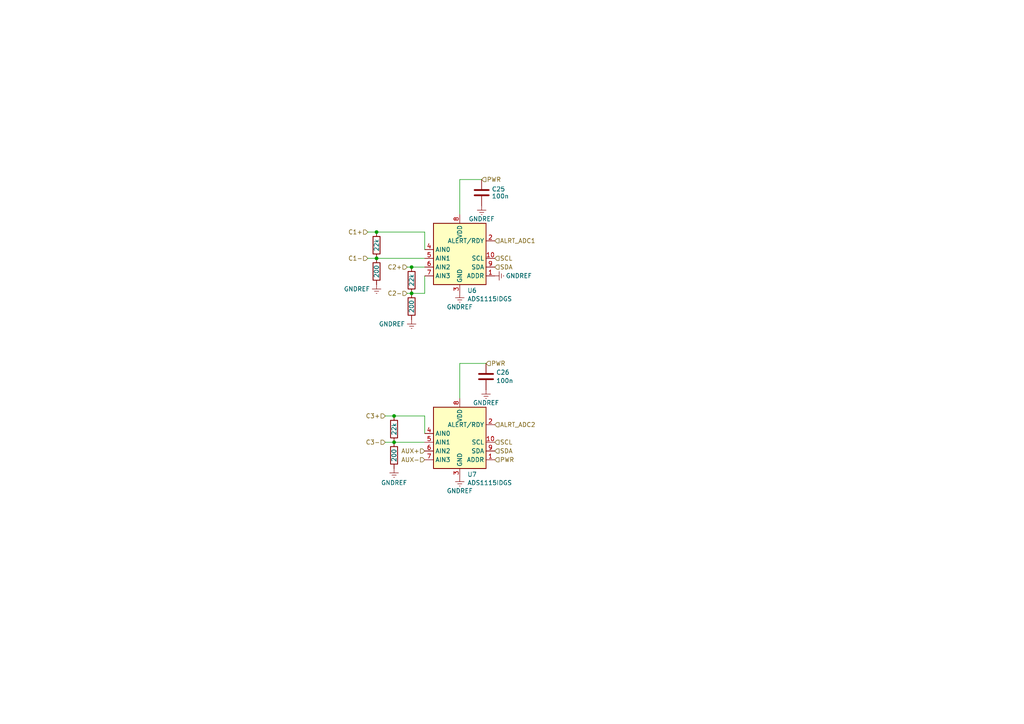
<source format=kicad_sch>
(kicad_sch (version 20231120) (generator "eeschema") (generator_version "8.0")
  (paper "A4")
  (lib_symbols
    (symbol "Library:ADS1115IDGS"
      (property "Reference" "U" (at 2.54 13.97 0))
      (property "Value" "ADS1115IDGS" (at 7.62 11.43 0))
      (symbol "ADS1115IDGS_0_1"
        (rectangle (start -7.62 10.16) (end 7.62 -7.62) (stroke (width 0.254)) (fill (type background)))
      )
      (symbol "ADS1115IDGS_1_1"
        (pin input line (at 10.16 -5.08 180) (length 2.54) (name "ADDR") (number "1"))
        (pin input line (at 10.16 0 180) (length 2.54) (name "SCL") (number "10"))
        (pin output line (at 10.16 5.08 180) (length 2.54) (name "ALERT/RDY") (number "2"))
        (pin power_in line (at 0 -10.16 90) (length 2.54) (name "GND") (number "3"))
        (pin input line (at -10.16 2.54 0) (length 2.54) (name "AIN0") (number "4"))
        (pin input line (at -10.16 0 0) (length 2.54) (name "AIN1") (number "5"))
        (pin input line (at -10.16 -2.54 0) (length 2.54) (name "AIN2") (number "6"))
        (pin input line (at -10.16 -5.08 0) (length 2.54) (name "AIN3") (number "7"))
        (pin power_in line (at 0 12.7 270) (length 2.54) (name "VDD") (number "8"))
        (pin bidirectional line (at 10.16 -2.54 180) (length 2.54) (name "SDA") (number "9"))
      )
    )
    (symbol "Library:C" (pin_numbers hide) (pin_names (offset 0.254))
      (property "Reference" "C" (at 0.635 2.54 0))
      (property "Value" "C" (at 0.635 -2.54 0))
      (symbol "C_0_1"
        (polyline (pts (xy -2.032 -0.762) (xy 2.032 -0.762)) (stroke (width 0.508)))
        (polyline (pts (xy -2.032 0.762) (xy 2.032 0.762)) (stroke (width 0.508)))
      )
      (symbol "C_1_1"
        (pin passive line (at 0 3.81 270) (length 2.794) (name "~") (number "1"))
        (pin passive line (at 0 -3.81 90) (length 2.794) (name "~") (number "2"))
      )
    )
    (symbol "Library:R" (pin_numbers hide) (pin_names (offset 0))
      (property "Reference" "R" (at 2.032 0 90))
      (property "Value" "R" (at 0 0 90))
      (symbol "R_0_1"
        (rectangle (start -1.016 -2.54) (end 1.016 2.54) (stroke (width 0.254)))
      )
      (symbol "R_1_1"
        (pin passive line (at 0 3.81 270) (length 1.27) (name "~") (number "1"))
        (pin passive line (at 0 -3.81 90) (length 1.27) (name "~") (number "2"))
      )
    )
    (symbol "power:GNDREF" (power) (pin_names (offset 0))
      (property "Value" "GNDREF" (at 0 -3.81 0))
      (symbol "GNDREF_0_1"
        (polyline (pts (xy -0.635 -1.905) (xy 0.635 -1.905)))
        (polyline (pts (xy -0.127 -2.54) (xy 0.127 -2.54)))
        (polyline (pts (xy 0 -1.27) (xy 0 0)))
        (polyline (pts (xy 1.27 -1.27) (xy -1.27 -1.27)))
      )
      (symbol "GNDREF_1_1"
        (pin power_in line (at 0 0 270) (length 0) hide (name "GNDREF") (number "1"))
      )
    )
  )
  (junction (at 109.22 67.31))
  (junction (at 119.38 85.09))
  (junction (at 119.38 77.47))
  (junction (at 114.3 128.27))
  (junction (at 109.22 74.93))
  (junction (at 114.3 120.65))
  (wire (pts (xy 133.35 105.41) (xy 140.97 105.41)))
  (wire (pts (xy 123.19 67.31) (xy 123.19 72.39)))
  (wire (pts (xy 111.76 120.65) (xy 114.3 120.65)))
  (wire (pts (xy 109.22 74.93) (xy 123.19 74.93)))
  (wire (pts (xy 133.35 105.41) (xy 133.35 115.57)))
  (wire (pts (xy 118.11 77.47) (xy 119.38 77.47)))
  (wire (pts (xy 133.35 52.07) (xy 133.35 62.23)))
  (wire (pts (xy 106.68 74.93) (xy 109.22 74.93)))
  (wire (pts (xy 123.19 85.09) (xy 123.19 80.01)))
  (wire (pts (xy 114.3 128.27) (xy 123.19 128.27)))
  (wire (pts (xy 123.19 120.65) (xy 123.19 125.73)))
  (wire (pts (xy 111.76 128.27) (xy 114.3 128.27)))
  (wire (pts (xy 119.38 77.47) (xy 123.19 77.47)))
  (wire (pts (xy 109.22 67.31) (xy 123.19 67.31)))
  (wire (pts (xy 133.35 52.07) (xy 139.7 52.07)))
  (wire (pts (xy 118.11 85.09) (xy 119.38 85.09)))
  (wire (pts (xy 119.38 85.09) (xy 123.19 85.09)))
  (wire (pts (xy 114.3 120.65) (xy 123.19 120.65)))
  (wire (pts (xy 106.68 67.31) (xy 109.22 67.31)))
  (hierarchical_label "SDA" (shape input) (at 143.51 77.47 0))
  (hierarchical_label "PWR" (shape input) (at 139.7 52.07 0))
  (hierarchical_label "C2+" (shape input) (at 118.11 77.47 180))
  (hierarchical_label "C1+" (shape input) (at 106.68 67.31 180))
  (hierarchical_label "C3-" (shape input) (at 111.76 128.27 180))
  (hierarchical_label "AUX+" (shape input) (at 123.19 130.81 180))
  (hierarchical_label "SCL" (shape input) (at 143.51 128.27 0))
  (hierarchical_label "ALRT_ADC1" (shape input) (at 143.51 69.85 0))
  (hierarchical_label "PWR" (shape input) (at 140.97 105.41 0))
  (hierarchical_label "C2-" (shape input) (at 118.11 85.09 180))
  (hierarchical_label "PWR" (shape input) (at 143.51 133.35 0))
  (hierarchical_label "C1-" (shape input) (at 106.68 74.93 180))
  (hierarchical_label "SCL" (shape input) (at 143.51 74.93 0))
  (hierarchical_label "ALRT_ADC2" (shape input) (at 143.51 123.19 0))
  (hierarchical_label "AUX-" (shape input) (at 123.19 133.35 180))
  (hierarchical_label "C3+" (shape input) (at 111.76 120.65 180))
  (hierarchical_label "SDA" (shape input) (at 143.51 130.81 0))
  (symbol (lib_id "Library:R") (at 114.3 124.46 0) (unit 1)
    (property "Reference" "R54" (effects (hide yes)))
    (property "Value" "22k" (at 114.3 124.46 90))
    (property "Footprint" "Resistor_SMD:R_0402_1005Metric" (effects (hide yes)))
    (property "MPN" "C25768" (effects (hide yes)))
  )
  (symbol (lib_id "Library:R") (at 114.3 132.08 0) (unit 1)
    (property "Reference" "R55" (effects (hide yes)))
    (property "Value" "200" (at 114.3 132.08 90))
    (property "Footprint" "Resistor_SMD:R_0402_1005Metric" (effects (hide yes)))
    (property "MPN" "C25087" (effects (hide yes)))
  )
  (symbol (lib_id "Library:ADS1115IDGS") (at 133.35 128.27 0) (unit 1)
    (property "Reference" "U7" (at 135.5441 137.6101 0) (effects (justify left)))
    (property "Value" "ADS1115IDGS" (at 135.5441 140.0343 0) (effects (justify left)))
    (property "Footprint" "Package_SO:TSSOP-10_3x3mm_P0.5mm" (effects (hide yes)))
    (property "Datasheet" "http://www.ti.com/lit/ds/symlink/ads1113.pdf" (effects (hide yes)))
    (property "JLC" "C37593" (effects (hide yes)))
    (property "JlcRotOffset" "-90" (effects (hide yes)))
  )
  (symbol (lib_id "Library:C") (at 139.7 55.88 0) (unit 1)
    (property "Reference" "C25" (at 142.621 54.856 0) (effects (justify left)))
    (property "Value" "100n" (at 142.621 56.904 0) (effects (justify left)))
    (property "Footprint" "Capacitor_SMD:C_0603_1608Metric" (effects (hide yes)))
    (property "MPN" "C14663" (effects (hide yes)))
  )
  (symbol (lib_id "power:GNDREF") (at 119.38 92.71 0) (unit 1)
    (property "Reference" "#PWR060" (effects (hide yes)))
    (property "Value" "GNDREF" (at 117.4751 93.98 0) (effects (justify right)))
  )
  (symbol (lib_id "Library:R") (at 119.38 88.9 0) (unit 1)
    (property "Reference" "R57" (effects (hide yes)))
    (property "Value" "200" (at 119.38 88.9 90))
    (property "Footprint" "Resistor_SMD:R_0402_1005Metric" (effects (hide yes)))
    (property "MPN" "C25087" (effects (hide yes)))
  )
  (symbol (lib_id "power:GNDREF") (at 109.22 82.55 0) (unit 1)
    (property "Reference" "#PWR058" (effects (hide yes)))
    (property "Value" "GNDREF" (at 107.3151 83.82 0) (effects (justify right)))
  )
  (symbol (lib_id "power:GNDREF") (at 114.3 135.89 0) (unit 1)
    (property "Reference" "#PWR059" (effects (hide yes)))
    (property "Value" "GNDREF" (at 114.3 140.0231 0))
  )
  (symbol (lib_id "power:GNDREF") (at 133.35 138.43 0) (unit 1)
    (property "Reference" "#PWR062" (effects (hide yes)))
    (property "Value" "GNDREF" (at 133.35 142.375 0))
  )
  (symbol (lib_id "Library:R") (at 109.22 71.12 0) (unit 1)
    (property "Reference" "R52" (effects (hide yes)))
    (property "Value" "22k" (at 109.22 71.12 90))
    (property "Footprint" "Resistor_SMD:R_0402_1005Metric" (effects (hide yes)))
    (property "MPN" "C25768" (effects (hide yes)))
  )
  (symbol (lib_id "Library:R") (at 119.38 81.28 0) (unit 1)
    (property "Reference" "R56" (effects (hide yes)))
    (property "Value" "22k" (at 119.38 81.28 90))
    (property "Footprint" "Resistor_SMD:R_0402_1005Metric" (effects (hide yes)))
    (property "MPN" "C25768" (effects (hide yes)))
  )
  (symbol (lib_id "power:GNDREF") (at 143.51 80.01 90) (unit 1)
    (property "Reference" "#PWR065" (effects (hide yes)))
    (property "Value" "GNDREF" (at 146.685 80.01 90) (effects (justify right)))
  )
  (symbol (lib_id "Library:R") (at 109.22 78.74 0) (unit 1)
    (property "Reference" "R53" (effects (hide yes)))
    (property "Value" "200" (at 109.22 78.74 90))
    (property "Footprint" "Resistor_SMD:R_0402_1005Metric" (effects (hide yes)))
    (property "MPN" "C25087" (effects (hide yes)))
  )
  (symbol (lib_id "Library:C") (at 140.97 109.22 0) (unit 1)
    (property "Reference" "C26" (at 143.891 108.0079 0) (effects (justify left)))
    (property "Value" "100n" (at 143.891 110.4321 0) (effects (justify left)))
    (property "Footprint" "Capacitor_SMD:C_0603_1608Metric" (effects (hide yes)))
    (property "MPN" "C14663" (effects (hide yes)))
  )
  (symbol (lib_id "power:GNDREF") (at 133.35 85.09 0) (unit 1)
    (property "Reference" "#PWR061" (effects (hide yes)))
    (property "Value" "GNDREF" (at 133.35 89.035 0))
  )
  (symbol (lib_id "power:GNDREF") (at 139.7 59.69 0) (unit 1)
    (property "Reference" "#PWR063" (effects (hide yes)))
    (property "Value" "GNDREF" (at 139.7 63.5 0))
  )
  (symbol (lib_id "power:GNDREF") (at 140.97 113.03 0) (unit 1)
    (property "Reference" "#PWR064" (effects (hide yes)))
    (property "Value" "GNDREF" (at 140.97 116.84 0))
  )
  (symbol (lib_id "Library:ADS1115IDGS") (at 133.35 74.93 0) (unit 1)
    (property "Reference" "U6" (at 135.5441 84.2701 0) (effects (justify left)))
    (property "Value" "ADS1115IDGS" (at 135.5441 86.6943 0) (effects (justify left)))
    (property "Footprint" "Package_SO:TSSOP-10_3x3mm_P0.5mm" (effects (hide yes)))
    (property "Datasheet" "http://www.ti.com/lit/ds/symlink/ads1113.pdf" (effects (hide yes)))
    (property "JLC" "C37593" (effects (hide yes)))
    (property "JlcRotOffset" "-90" (effects (hide yes)))
  )
)
</source>
